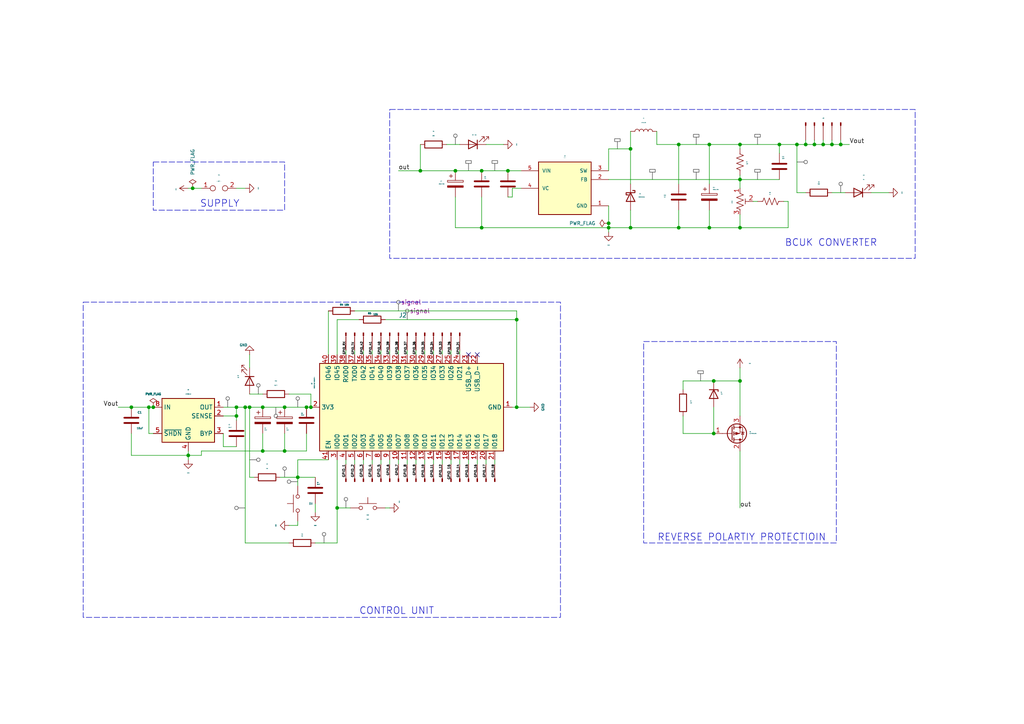
<source format=kicad_sch>
(kicad_sch (version 20250114) (generator "eeschema") (generator_version "9.0")
  (paper "A4")
  (title_block (rev "rev1A"))
  (lib_symbols
    (symbol "Connector:Conn_01x05_Male" (pin_numbers (hide yes)) (pin_names (offset 1.016) (hide yes))
      (property "Reference" "J" (at 0 7.62 0))
      (property "Value" "Conn_01x05_Male" (at 0 -7.62 0))
      (symbol "Conn_01x05_Male_1_1"
        (pin passive line (at 5.08 5.08 180) (length 3.81) (name "Pin_1") (number "1"))
        (pin passive line (at 5.08 2.54 180) (length 3.81) (name "Pin_2") (number "2"))
        (pin passive line (at 5.08 0 180) (length 3.81) (name "Pin_3") (number "3"))
        (pin passive line (at 5.08 -2.54 180) (length 3.81) (name "Pin_4") (number "4"))
        (pin passive line (at 5.08 -5.08 180) (length 3.81) (name "Pin_5") (number "5"))
      )
    )
    (symbol "Connector:Conn_01x14_Male" (pin_numbers (hide yes)) (pin_names (offset 1.016) (hide yes))
      (property "Reference" "J" (at 0 17.78 0))
      (property "Value" "Conn_01x14_Male" (at 0 -20.32 0))
      (symbol "Conn_01x14_Male_1_1"
        (pin passive line (at 5.08 15.24 180) (length 3.81) (name "Pin_1") (number "1"))
        (pin passive line (at 5.08 12.7 180) (length 3.81) (name "Pin_2") (number "2"))
        (pin passive line (at 5.08 10.16 180) (length 3.81) (name "Pin_3") (number "3"))
        (pin passive line (at 5.08 7.62 180) (length 3.81) (name "Pin_4") (number "4"))
        (pin passive line (at 5.08 5.08 180) (length 3.81) (name "Pin_5") (number "5"))
        (pin passive line (at 5.08 2.54 180) (length 3.81) (name "Pin_6") (number "6"))
        (pin passive line (at 5.08 0 180) (length 3.81) (name "Pin_7") (number "7"))
        (pin passive line (at 5.08 -2.54 180) (length 3.81) (name "Pin_8") (number "8"))
        (pin passive line (at 5.08 -5.08 180) (length 3.81) (name "Pin_9") (number "9"))
        (pin passive line (at 5.08 -7.62 180) (length 3.81) (name "Pin_10") (number "10"))
        (pin passive line (at 5.08 -10.16 180) (length 3.81) (name "Pin_11") (number "11"))
        (pin passive line (at 5.08 -12.7 180) (length 3.81) (name "Pin_12") (number "12"))
        (pin passive line (at 5.08 -15.24 180) (length 3.81) (name "Pin_13") (number "13"))
        (pin passive line (at 5.08 -17.78 180) (length 3.81) (name "Pin_14") (number "14"))
      )
    )
    (symbol "Connector:Conn_01x18_Male" (pin_numbers (hide yes)) (pin_names (offset 1.016) (hide yes))
      (property "Reference" "J" (at 0 22.86 0))
      (property "Value" "Conn_01x18_Male" (at 0 -25.4 0))
      (symbol "Conn_01x18_Male_1_1"
        (pin passive line (at 5.08 20.32 180) (length 3.81) (name "Pin_1") (number "1"))
        (pin passive line (at 5.08 17.78 180) (length 3.81) (name "Pin_2") (number "2"))
        (pin passive line (at 5.08 15.24 180) (length 3.81) (name "Pin_3") (number "3"))
        (pin passive line (at 5.08 12.7 180) (length 3.81) (name "Pin_4") (number "4"))
        (pin passive line (at 5.08 10.16 180) (length 3.81) (name "Pin_5") (number "5"))
        (pin passive line (at 5.08 7.62 180) (length 3.81) (name "Pin_6") (number "6"))
        (pin passive line (at 5.08 5.08 180) (length 3.81) (name "Pin_7") (number "7"))
        (pin passive line (at 5.08 2.54 180) (length 3.81) (name "Pin_8") (number "8"))
        (pin passive line (at 5.08 0 180) (length 3.81) (name "Pin_9") (number "9"))
        (pin passive line (at 5.08 -2.54 180) (length 3.81) (name "Pin_10") (number "10"))
        (pin passive line (at 5.08 -5.08 180) (length 3.81) (name "Pin_11") (number "11"))
        (pin passive line (at 5.08 -7.62 180) (length 3.81) (name "Pin_12") (number "12"))
        (pin passive line (at 5.08 -10.16 180) (length 3.81) (name "Pin_13") (number "13"))
        (pin passive line (at 5.08 -12.7 180) (length 3.81) (name "Pin_14") (number "14"))
        (pin passive line (at 5.08 -15.24 180) (length 3.81) (name "Pin_15") (number "15"))
        (pin passive line (at 5.08 -17.78 180) (length 3.81) (name "Pin_16") (number "16"))
        (pin passive line (at 5.08 -20.32 180) (length 3.81) (name "Pin_17") (number "17"))
        (pin passive line (at 5.08 -22.86 180) (length 3.81) (name "Pin_18") (number "18"))
      )
    )
    (symbol "Connector:TestPoint_2Pole" (pin_names (offset 0.762) (hide yes))
      (property "Reference" "TP" (at 0 1.524 0))
      (property "Value" "TestPoint_2Pole" (at 0 -1.778 0))
      (symbol "TestPoint_2Pole_0_1"
        (pin passive line (at -5.08 0 0) (length 2.54) (name "1") (number "1"))
        (pin passive line (at 5.08 0 180) (length 2.54) (name "2") (number "2"))
      )
    )
    (symbol "Device:C" (pin_numbers (hide yes)) (pin_names (offset 0.254))
      (property "Reference" "C" (at 0.635 2.54 0))
      (property "Value" "C" (at 0.635 -2.54 0))
      (symbol "C_1_1"
        (pin passive line (at 0 3.81 270) (length 2.794) (name "~") (number "1"))
        (pin passive line (at 0 -3.81 90) (length 2.794) (name "~") (number "2"))
      )
    )
    (symbol "Device:C_Polarized" (pin_numbers (hide yes)) (pin_names (offset 0.254))
      (property "Reference" "C" (at 0.635 2.54 0))
      (property "Value" "C_Polarized" (at 0.635 -2.54 0))
      (symbol "C_Polarized_1_1"
        (pin passive line (at 0 3.81 270) (length 2.794) (name "~") (number "1"))
        (pin passive line (at 0 -3.81 90) (length 2.794) (name "~") (number "2"))
      )
    )
    (symbol "Device:D_Schottky" (pin_numbers (hide yes)) (pin_names (offset 1.016) (hide yes))
      (property "Reference" "D" (at 0 2.54 0))
      (property "Value" "D_Schottky" (at 0 -2.54 0))
      (symbol "D_Schottky_1_1"
        (pin passive line (at -3.81 0 0) (length 2.54) (name "K") (number "1"))
        (pin passive line (at 3.81 0 180) (length 2.54) (name "A") (number "2"))
      )
    )
    (symbol "Device:D_Zener" (pin_numbers (hide yes)) (pin_names (offset 1.016) (hide yes))
      (property "Reference" "D" (at 0 2.54 0))
      (property "Value" "D_Zener" (at 0 -2.54 0))
      (symbol "D_Zener_1_1"
        (pin passive line (at -3.81 0 0) (length 2.54) (name "K") (number "1"))
        (pin passive line (at 3.81 0 180) (length 2.54) (name "A") (number "2"))
      )
    )
    (symbol "Device:L" (pin_numbers (hide yes)) (pin_names (offset 1.016) (hide yes))
      (property "Reference" "L" (at -1.27 0 90))
      (property "Value" "L" (at 1.905 0 90))
      (symbol "L_1_1"
        (pin passive line (at 0 3.81 270) (length 1.27) (name "1") (number "1"))
        (pin passive line (at 0 -3.81 90) (length 1.27) (name "2") (number "2"))
      )
    )
    (symbol "Device:LED" (pin_numbers (hide yes)) (pin_names (offset 1.016) (hide yes))
      (property "Reference" "D" (at 0 2.54 0))
      (property "Value" "LED" (at 0 -2.54 0))
      (symbol "LED_1_1"
        (pin passive line (at -3.81 0 0) (length 2.54) (name "K") (number "1"))
        (pin passive line (at 3.81 0 180) (length 2.54) (name "A") (number "2"))
      )
    )
    (symbol "Device:Q_PMOS_GDS" (pin_names (offset 0) (hide yes))
      (property "Reference" "Q" (at 5.08 1.27 0))
      (property "Value" "Q_PMOS_GDS" (at 5.08 -1.27 0))
      (symbol "Q_PMOS_GDS_1_1"
        (pin input line (at -5.08 0 0) (length 2.54) (name "G") (number "1"))
        (pin passive line (at 2.54 5.08 270) (length 2.54) (name "D") (number "2"))
        (pin passive line (at 2.54 -5.08 90) (length 2.54) (name "S") (number "3"))
      )
    )
    (symbol "Device:R" (pin_numbers (hide yes)) (pin_names (offset 0))
      (property "Reference" "R" (at 2.032 0 90))
      (property "Value" "R" (at 0 0 90))
      (symbol "R_1_1"
        (pin passive line (at 0 3.81 270) (length 1.27) (name "~") (number "1"))
        (pin passive line (at 0 -3.81 90) (length 1.27) (name "~") (number "2"))
      )
    )
    (symbol "Device:R_Potentiometer_Trim_US" (pin_names (offset 1.016) (hide yes))
      (property "Reference" "RV" (at -4.445 0 90))
      (property "Value" "R_Potentiometer_Trim_US" (at -2.54 0 90))
      (symbol "R_Potentiometer_Trim_US_1_1"
        (pin passive line (at 0 3.81 270) (length 1.27) (name "1") (number "1"))
        (pin passive line (at 0 -3.81 90) (length 1.27) (name "3") (number "3"))
        (pin passive line (at 3.81 0 180) (length 1.27) (name "2") (number "2"))
      )
    )
    (symbol "Device:R_US" (pin_numbers (hide yes)) (pin_names (offset 0))
      (property "Reference" "R" (at 2.54 0 90))
      (property "Value" "R_US" (at -2.54 0 90))
      (symbol "R_US_1_1"
        (pin passive line (at 0 3.81 270) (length 1.27) (name "~") (number "1"))
        (pin passive line (at 0 -3.81 90) (length 1.27) (name "~") (number "2"))
      )
    )
    (symbol "RF_Module:ESP32-S2-WROVER-I"
      (property "Reference" "U" (at -12.7 29.21 0))
      (property "Value" "ESP32-S2-WROVER-I" (at 2.54 29.21 0))
      (symbol "ESP32-S2-WROVER-I_1_1"
        (pin input line (at -15.24 25.4 0) (length 2.54) (name "EN") (number "41"))
        (pin bidirectional line (at -15.24 22.86 0) (length 2.54) (name "IO00") (number "3"))
        (pin bidirectional line (at -15.24 20.32 0) (length 2.54) (name "IO01") (number "4"))
        (pin bidirectional line (at -15.24 17.78 0) (length 2.54) (name "IO02") (number "5"))
        (pin bidirectional line (at -15.24 15.24 0) (length 2.54) (name "IO03") (number "6"))
        (pin bidirectional line (at -15.24 12.7 0) (length 2.54) (name "IO04") (number "7"))
        (pin bidirectional line (at -15.24 10.16 0) (length 2.54) (name "IO05") (number "8"))
        (pin bidirectional line (at -15.24 7.62 0) (length 2.54) (name "IO06") (number "9"))
        (pin bidirectional line (at -15.24 5.08 0) (length 2.54) (name "IO07") (number "10"))
        (pin bidirectional line (at -15.24 2.54 0) (length 2.54) (name "IO08") (number "11"))
        (pin bidirectional line (at -15.24 0 0) (length 2.54) (name "IO09") (number "12"))
        (pin bidirectional line (at -15.24 -2.54 0) (length 2.54) (name "IO10") (number "13"))
        (pin bidirectional line (at -15.24 -5.08 0) (length 2.54) (name "IO11") (number "14"))
        (pin bidirectional line (at -15.24 -7.62 0) (length 2.54) (name "IO12") (number "15"))
        (pin bidirectional line (at -15.24 -10.16 0) (length 2.54) (name "IO13") (number "16"))
        (pin bidirectional line (at -15.24 -12.7 0) (length 2.54) (name "IO14") (number "17"))
        (pin bidirectional line (at -15.24 -15.24 0) (length 2.54) (name "IO15") (number "18"))
        (pin bidirectional line (at -15.24 -17.78 0) (length 2.54) (name "IO16") (number "19"))
        (pin bidirectional line (at -15.24 -20.32 0) (length 2.54) (name "IO17") (number "20"))
        (pin bidirectional line (at -15.24 -22.86 0) (length 2.54) (name "IO18") (number "21"))
        (pin power_in line (at 0 30.48 270) (length 2.54) (name "3V3") (number "2"))
        (pin power_in line (at 0 -27.94 90) (length 2.54) (name "GND") (number "1"))
        (pin passive line (at 0 -27.94 90) (length 2.54) (hide yes) (name "GND") (number "26"))
        (pin passive line (at 0 -27.94 90) (length 2.54) (hide yes) (name "GND") (number "42"))
        (pin passive line (at 0 -27.94 90) (length 2.54) (hide yes) (name "GND") (number "43"))
        (pin input line (at 15.24 25.4 180) (length 2.54) (name "IO46") (number "40"))
        (pin bidirectional line (at 15.24 22.86 180) (length 2.54) (name "IO45") (number "39"))
        (pin bidirectional line (at 15.24 20.32 180) (length 2.54) (name "RXD0") (number "38"))
        (pin bidirectional line (at 15.24 17.78 180) (length 2.54) (name "TXD0") (number "37"))
        (pin bidirectional line (at 15.24 15.24 180) (length 2.54) (name "IO42") (number "36"))
        (pin bidirectional line (at 15.24 12.7 180) (length 2.54) (name "IO41") (number "35"))
        (pin bidirectional line (at 15.24 10.16 180) (length 2.54) (name "IO40") (number "34"))
        (pin bidirectional line (at 15.24 7.62 180) (length 2.54) (name "IO39") (number "33"))
        (pin bidirectional line (at 15.24 5.08 180) (length 2.54) (name "IO38") (number "32"))
        (pin bidirectional line (at 15.24 2.54 180) (length 2.54) (name "IO37") (number "31"))
        (pin bidirectional line (at 15.24 0 180) (length 2.54) (name "IO36") (number "30"))
        (pin bidirectional line (at 15.24 -2.54 180) (length 2.54) (name "IO35") (number "29"))
        (pin bidirectional line (at 15.24 -5.08 180) (length 2.54) (name "IO34") (number "28"))
        (pin bidirectional line (at 15.24 -7.62 180) (length 2.54) (name "IO33") (number "27"))
        (pin bidirectional line (at 15.24 -10.16 180) (length 2.54) (name "IO26") (number "25"))
        (pin bidirectional line (at 15.24 -12.7 180) (length 2.54) (name "IO21") (number "24"))
        (pin bidirectional line (at 15.24 -15.24 180) (length 2.54) (name "USB_D+") (number "23"))
        (pin bidirectional line (at 15.24 -17.78 180) (length 2.54) (name "USB_D-") (number "22"))
      )
    )
    (symbol "Regulator_Linear:LT1762-3"
      (property "Reference" "U" (at -7.62 8.89 0))
      (property "Value" "LT1762-3" (at 1.27 -6.35 0))
      (symbol "LT1762-3_1_1"
        (pin power_in line (at -10.16 5.08 0) (length 2.54) (name "IN") (number "8"))
        (pin input line (at -10.16 -2.54 0) (length 2.54) (name "~{SHDN}") (number "5"))
        (pin power_in line (at 0 -7.62 90) (length 2.54) (name "GND") (number "4"))
        (pin no_connect line (at 2.54 5.08 90) (length 2.54) (hide yes) (name "NC") (number "6"))
        (pin no_connect line (at 2.54 2.54 90) (length 2.54) (hide yes) (name "NC") (number "7"))
        (pin power_out line (at 10.16 5.08 180) (length 2.54) (name "OUT") (number "1"))
        (pin input line (at 10.16 2.54 180) (length 2.54) (name "SENSE") (number "2"))
        (pin passive line (at 10.16 -2.54 180) (length 2.54) (name "BYP") (number "3"))
      )
    )
    (symbol "Switch:SW_Push" (pin_numbers (hide yes)) (pin_names (offset 1.016) (hide yes))
      (property "Reference" "SW" (at 1.27 2.54 0))
      (property "Value" "SW_Push" (at 0 -1.524 0))
      (symbol "SW_Push_0_1"
        (pin passive line (at -5.08 0 0) (length 2.54) (name "1") (number "1"))
        (pin passive line (at 5.08 0 180) (length 2.54) (name "2") (number "2"))
      )
    )
    (symbol "XL4015:XL4015" (pin_names (offset 1.016))
      (property "Reference" "U" (at -7.62 8.89 0))
      (property "Value" "XL4015" (at -7.62 -9.906 0))
      (symbol "XL4015_0_0"
        (pin input line (at -12.7 5.08 0) (length 5.08) (name "VIN") (number "5"))
        (pin passive line (at -12.7 0 0) (length 5.08) (name "VC") (number "4"))
        (pin output line (at 12.7 5.08 180) (length 5.08) (name "SW") (number "3"))
        (pin output line (at 12.7 5.08 180) (length 5.08) (hide yes) (name "SW") (number "3.1"))
        (pin input line (at 12.7 2.54 180) (length 5.08) (name "FB") (number "2"))
        (pin power_in line (at 12.7 -5.08 180) (length 5.08) (name "GND") (number "1"))
      )
    )
    (symbol "power:GND" (power) (pin_names (offset 0))
      (property "Value" "GND" (at 0 -3.81 0))
      (symbol "GND_1_1"
        (pin power_in line (at 0 0 270) (length 0) (hide yes) (name "GND") (number "1"))
      )
    )
    (symbol "power:PWR_FLAG" (power) (pin_numbers (hide yes)) (pin_names (offset 0) (hide yes))
      (property "Value" "PWR_FLAG" (at 0 3.81 0))
      (symbol "PWR_FLAG_0_0"
        (pin power_out line (at 0 0 90) (length 0) (name "pwr") (number "1"))
      )
    )
    (symbol "power:VCC" (power) (pin_names (offset 0))
      (property "Value" "VCC" (at 0 3.81 0))
      (symbol "VCC_1_1"
        (pin power_in line (at 0 0 90) (length 0) (hide yes) (name "VCC") (number "1"))
      )
    )
  )
  (rectangle (start 113.03 31.75) (end 265.43 74.93) (stroke (width 0) (type dash)))
  (rectangle (start 186.69 99.06) (end 242.57 157.48) (stroke (width 0) (type dash)))
  (rectangle (start 24.13 87.63) (end 162.56 179.07) (stroke (width 0) (type dash)))
  (rectangle (start 44.45 46.99) (end 82.55 60.96) (stroke (width 0) (type dash)))
  (text "SUPPLY\n" (at 63.754 59.182 0) (effects (font (size 2 2))))
  (text "CONTROL UNIT\n" (at 115.062 177.292 0) (effects (font (size 2 2))))
  (text "REVERSE POLARTIY PROTECTIOIN\n" (at 215.138 155.956 0) (effects (font (size 2 2))))
  (text "BCUK CONVERTER\n\n" (at 241.046 72.136 0) (effects (font (size 2 2))))
  (junction (at 76.2 118.11))
  (junction (at 54.61 132.08))
  (junction (at 231.14 41.91))
  (junction (at 226.06 41.91))
  (junction (at 149.86 118.11))
  (junction (at 214.63 41.91))
  (junction (at 214.63 66.04))
  (junction (at 176.53 64.77))
  (junction (at 121.92 49.53))
  (junction (at 214.63 110.49))
  (junction (at 88.9 118.11))
  (junction (at 68.58 118.11))
  (junction (at 82.55 130.81))
  (junction (at 236.22 41.91))
  (junction (at 182.88 66.04))
  (junction (at 43.18 118.11))
  (junction (at 149.86 92.71))
  (junction (at 132.08 49.53))
  (junction (at 139.7 49.53))
  (junction (at 97.79 147.32))
  (junction (at 55.88 54.61))
  (junction (at 238.76 41.91))
  (junction (at 214.63 52.07))
  (junction (at 139.7 66.04))
  (junction (at 44.45 118.11))
  (junction (at 72.39 118.11))
  (junction (at 147.32 49.53))
  (junction (at 207.01 125.73))
  (junction (at 82.55 118.11))
  (junction (at 196.85 41.91))
  (junction (at 182.88 43.18))
  (junction (at 207.01 110.49))
  (junction (at 68.58 120.65))
  (junction (at 196.85 66.04))
  (junction (at 86.36 138.43))
  (junction (at 90.17 118.11))
  (junction (at 176.53 66.04))
  (junction (at 205.74 41.91))
  (junction (at 241.3 41.91))
  (junction (at 233.68 41.91))
  (junction (at 243.84 41.91))
  (junction (at 71.12 118.11))
  (junction (at 38.1 118.11))
  (junction (at 76.2 130.81))
  (junction (at 205.74 66.04))
  (no_connect (at 135.89 102.87))
  (no_connect (at 138.43 102.87))
  (wire (pts (xy 102.87 90.17) (xy 149.86 90.17)))
  (wire (pts (xy 243.84 41.91) (xy 246.38 41.91)))
  (wire (pts (xy 76.2 118.11) (xy 82.55 118.11)))
  (wire (pts (xy 205.74 66.04) (xy 214.63 66.04)))
  (wire (pts (xy 214.63 106.68) (xy 214.63 110.49)))
  (wire (pts (xy 64.77 125.73) (xy 64.77 129.54)))
  (wire (pts (xy 214.63 130.81) (xy 214.63 147.32)))
  (wire (pts (xy 91.44 146.05) (xy 91.44 148.59)))
  (wire (pts (xy 214.63 62.23) (xy 214.63 66.04)))
  (wire (pts (xy 133.35 101.6) (xy 133.35 102.87)))
  (wire (pts (xy 243.84 40.64) (xy 243.84 41.91)))
  (wire (pts (xy 182.88 66.04) (xy 196.85 66.04)))
  (wire (pts (xy 176.53 43.18) (xy 176.53 49.53)))
  (wire (pts (xy 196.85 66.04) (xy 205.74 66.04)))
  (wire (pts (xy 238.76 40.64) (xy 238.76 41.91)))
  (wire (pts (xy 95.25 90.17) (xy 95.25 102.87)))
  (wire (pts (xy 176.53 59.69) (xy 176.53 64.77)))
  (wire (pts (xy 76.2 130.81) (xy 82.55 130.81)))
  (wire (pts (xy 102.87 134.62) (xy 102.87 133.35)))
  (wire (pts (xy 86.36 138.43) (xy 81.28 138.43)))
  (wire (pts (xy 198.12 120.65) (xy 198.12 125.73)))
  (wire (pts (xy 72.39 118.11) (xy 76.2 118.11)))
  (wire (pts (xy 236.22 41.91) (xy 238.76 41.91)))
  (wire (pts (xy 105.41 101.6) (xy 105.41 102.87)))
  (wire (pts (xy 241.3 40.64) (xy 241.3 41.91)))
  (wire (pts (xy 107.95 101.6) (xy 107.95 102.87)))
  (wire (pts (xy 118.11 134.62) (xy 118.11 133.35)))
  (wire (pts (xy 121.92 49.53) (xy 132.08 49.53)))
  (wire (pts (xy 86.36 151.13) (xy 86.36 152.4)))
  (wire (pts (xy 54.61 130.81) (xy 54.61 132.08)))
  (wire (pts (xy 125.73 101.6) (xy 125.73 102.87)))
  (wire (pts (xy 214.63 52.07) (xy 214.63 54.61)))
  (wire (pts (xy 68.58 118.11) (xy 68.58 120.65)))
  (wire (pts (xy 118.11 101.6) (xy 118.11 102.87)))
  (wire (pts (xy 38.1 118.11) (xy 43.18 118.11)))
  (wire (pts (xy 138.43 134.62) (xy 138.43 133.35)))
  (wire (pts (xy 228.6 58.42) (xy 227.33 58.42)))
  (wire (pts (xy 86.36 138.43) (xy 86.36 140.97)))
  (wire (pts (xy 76.2 125.73) (xy 76.2 130.81)))
  (wire (pts (xy 182.88 60.96) (xy 182.88 66.04)))
  (wire (pts (xy 143.51 134.62) (xy 143.51 133.35)))
  (wire (pts (xy 68.58 120.65) (xy 68.58 121.92)))
  (wire (pts (xy 68.58 118.11) (xy 71.12 118.11)))
  (wire (pts (xy 64.77 129.54) (xy 68.58 129.54)))
  (wire (pts (xy 214.63 52.07) (xy 226.06 52.07)))
  (wire (pts (xy 149.86 90.17) (xy 149.86 92.71)))
  (wire (pts (xy 128.27 134.62) (xy 128.27 133.35)))
  (wire (pts (xy 207.01 118.11) (xy 207.01 125.73)))
  (wire (pts (xy 115.57 101.6) (xy 115.57 102.87)))
  (wire (pts (xy 90.17 118.11) (xy 90.17 114.3)))
  (wire (pts (xy 226.06 41.91) (xy 226.06 44.45)))
  (wire (pts (xy 231.14 55.88) (xy 233.68 55.88)))
  (wire (pts (xy 214.63 50.8) (xy 214.63 52.07)))
  (wire (pts (xy 97.79 147.32) (xy 97.79 133.35)))
  (wire (pts (xy 43.18 118.11) (xy 44.45 118.11)))
  (wire (pts (xy 148.59 118.11) (xy 149.86 118.11)))
  (wire (pts (xy 132.08 49.53) (xy 139.7 49.53)))
  (wire (pts (xy 205.74 60.96) (xy 205.74 66.04)))
  (wire (pts (xy 68.58 54.61) (xy 71.12 54.61)))
  (wire (pts (xy 176.53 64.77) (xy 176.53 66.04)))
  (wire (pts (xy 113.03 147.32) (xy 111.76 147.32)))
  (wire (pts (xy 176.53 43.18) (xy 182.88 43.18)))
  (wire (pts (xy 133.35 134.62) (xy 133.35 133.35)))
  (wire (pts (xy 196.85 41.91) (xy 196.85 53.34)))
  (wire (pts (xy 120.65 101.6) (xy 120.65 102.87)))
  (wire (pts (xy 54.61 132.08) (xy 54.61 133.35)))
  (wire (pts (xy 123.19 101.6) (xy 123.19 102.87)))
  (wire (pts (xy 86.36 133.35) (xy 86.36 138.43)))
  (wire (pts (xy 82.55 118.11) (xy 88.9 118.11)))
  (wire (pts (xy 176.53 66.04) (xy 176.53 67.31)))
  (wire (pts (xy 110.49 134.62) (xy 110.49 133.35)))
  (wire (pts (xy 226.06 41.91) (xy 231.14 41.91)))
  (wire (pts (xy 72.39 138.43) (xy 73.66 138.43)))
  (wire (pts (xy 139.7 57.15) (xy 139.7 66.04)))
  (wire (pts (xy 182.88 38.1) (xy 182.88 43.18)))
  (wire (pts (xy 182.88 43.18) (xy 182.88 53.34)))
  (wire (pts (xy 115.57 49.53) (xy 121.92 49.53)))
  (wire (pts (xy 147.32 57.15) (xy 148.59 57.15)))
  (wire (pts (xy 139.7 66.04) (xy 176.53 66.04)))
  (wire (pts (xy 231.14 41.91) (xy 233.68 41.91)))
  (wire (pts (xy 38.1 132.08) (xy 54.61 132.08)))
  (wire (pts (xy 88.9 125.73) (xy 88.9 130.81)))
  (wire (pts (xy 238.76 41.91) (xy 241.3 41.91)))
  (wire (pts (xy 140.97 41.91) (xy 146.05 41.91)))
  (wire (pts (xy 86.36 152.4) (xy 83.82 152.4)))
  (wire (pts (xy 123.19 134.62) (xy 123.19 133.35)))
  (wire (pts (xy 107.95 134.62) (xy 107.95 133.35)))
  (wire (pts (xy 113.03 134.62) (xy 113.03 133.35)))
  (wire (pts (xy 82.55 130.81) (xy 88.9 130.81)))
  (wire (pts (xy 149.86 92.71) (xy 149.86 118.11)))
  (wire (pts (xy 198.12 110.49) (xy 198.12 113.03)))
  (wire (pts (xy 115.57 134.62) (xy 115.57 133.35)))
  (wire (pts (xy 120.65 134.62) (xy 120.65 133.35)))
  (wire (pts (xy 100.33 101.6) (xy 100.33 102.87)))
  (wire (pts (xy 105.41 134.62) (xy 105.41 133.35)))
  (wire (pts (xy 132.08 57.15) (xy 132.08 66.04)))
  (wire (pts (xy 228.6 58.42) (xy 228.6 66.04)))
  (wire (pts (xy 130.81 101.6) (xy 130.81 102.87)))
  (wire (pts (xy 97.79 102.87) (xy 97.79 92.71)))
  (wire (pts (xy 130.81 133.35) (xy 130.81 134.62)))
  (wire (pts (xy 71.12 157.48) (xy 83.82 157.48)))
  (wire (pts (xy 205.74 53.34) (xy 205.74 41.91)))
  (wire (pts (xy 176.53 66.04) (xy 182.88 66.04)))
  (wire (pts (xy 196.85 41.91) (xy 205.74 41.91)))
  (wire (pts (xy 196.85 60.96) (xy 196.85 66.04)))
  (wire (pts (xy 135.89 134.62) (xy 135.89 133.35)))
  (wire (pts (xy 97.79 157.48) (xy 97.79 147.32)))
  (wire (pts (xy 198.12 125.73) (xy 207.01 125.73)))
  (wire (pts (xy 149.86 118.11) (xy 153.67 118.11)))
  (wire (pts (xy 233.68 41.91) (xy 236.22 41.91)))
  (wire (pts (xy 71.12 118.11) (xy 72.39 118.11)))
  (wire (pts (xy 86.36 138.43) (xy 91.44 138.43)))
  (wire (pts (xy 64.77 120.65) (xy 68.58 120.65)))
  (wire (pts (xy 86.36 133.35) (xy 95.25 133.35)))
  (wire (pts (xy 76.2 130.81) (xy 58.42 130.81)))
  (wire (pts (xy 233.68 40.64) (xy 233.68 41.91)))
  (wire (pts (xy 214.63 41.91) (xy 226.06 41.91)))
  (wire (pts (xy 241.3 55.88) (xy 245.11 55.88)))
  (wire (pts (xy 72.39 118.11) (xy 72.39 138.43)))
  (wire (pts (xy 97.79 147.32) (xy 101.6 147.32)))
  (wire (pts (xy 128.27 101.6) (xy 128.27 102.87)))
  (wire (pts (xy 72.39 102.87) (xy 72.39 106.68)))
  (wire (pts (xy 111.76 92.71) (xy 149.86 92.71)))
  (wire (pts (xy 43.18 118.11) (xy 43.18 125.73)))
  (wire (pts (xy 207.01 110.49) (xy 198.12 110.49)))
  (wire (pts (xy 219.71 58.42) (xy 218.44 58.42)))
  (wire (pts (xy 236.22 40.64) (xy 236.22 41.91)))
  (wire (pts (xy 91.44 157.48) (xy 97.79 157.48)))
  (wire (pts (xy 113.03 101.6) (xy 113.03 102.87)))
  (wire (pts (xy 176.53 52.07) (xy 214.63 52.07)))
  (wire (pts (xy 140.97 134.62) (xy 140.97 133.35)))
  (wire (pts (xy 38.1 125.73) (xy 38.1 132.08)))
  (wire (pts (xy 88.9 118.11) (xy 90.17 118.11)))
  (wire (pts (xy 241.3 41.91) (xy 243.84 41.91)))
  (wire (pts (xy 148.59 54.61) (xy 151.13 54.61)))
  (wire (pts (xy 214.63 110.49) (xy 214.63 120.65)))
  (wire (pts (xy 58.42 132.08) (xy 54.61 132.08)))
  (wire (pts (xy 64.77 118.11) (xy 68.58 118.11)))
  (wire (pts (xy 82.55 125.73) (xy 82.55 130.81)))
  (wire (pts (xy 72.39 114.3) (xy 76.2 114.3)))
  (wire (pts (xy 125.73 134.62) (xy 125.73 133.35)))
  (wire (pts (xy 97.79 92.71) (xy 104.14 92.71)))
  (wire (pts (xy 71.12 118.11) (xy 71.12 157.48)))
  (wire (pts (xy 147.32 49.53) (xy 151.13 49.53)))
  (wire (pts (xy 214.63 41.91) (xy 214.63 43.18)))
  (wire (pts (xy 110.49 101.6) (xy 110.49 102.87)))
  (wire (pts (xy 228.6 66.04) (xy 214.63 66.04)))
  (wire (pts (xy 132.08 66.04) (xy 139.7 66.04)))
  (wire (pts (xy 100.33 134.62) (xy 100.33 133.35)))
  (wire (pts (xy 207.01 110.49) (xy 214.63 110.49)))
  (wire (pts (xy 190.5 38.1) (xy 190.5 41.91)))
  (wire (pts (xy 139.7 49.53) (xy 147.32 49.53)))
  (wire (pts (xy 231.14 41.91) (xy 231.14 55.88)))
  (wire (pts (xy 54.61 54.61) (xy 55.88 54.61)))
  (wire (pts (xy 252.73 55.88) (xy 257.81 55.88)))
  (wire (pts (xy 90.17 114.3) (xy 83.82 114.3)))
  (wire (pts (xy 190.5 41.91) (xy 196.85 41.91)))
  (wire (pts (xy 148.59 57.15) (xy 148.59 54.61)))
  (wire (pts (xy 58.42 130.81) (xy 58.42 132.08)))
  (wire (pts (xy 121.92 41.91) (xy 121.92 49.53)))
  (wire (pts (xy 129.54 41.91) (xy 133.35 41.91)))
  (wire (pts (xy 43.18 125.73) (xy 44.45 125.73)))
  (wire (pts (xy 205.74 41.91) (xy 214.63 41.91)))
  (wire (pts (xy 55.88 54.61) (xy 58.42 54.61)))
  (wire (pts (xy 102.87 101.6) (xy 102.87 102.87)))
  (wire (pts (xy 34.29 118.11) (xy 38.1 118.11)))
  (label "GPIO_15" (at 135.89 134.62 270) (effects (font (size 0.6 0.6))))
  (label "GPIO_34" (at 125.73 102.87 90) (effects (font (size 0.6 0.6))))
  (label "GPIO_41" (at 107.95 102.87 90) (effects (font (size 0.6 0.6))))
  (label "GPIO_37" (at 118.11 102.87 90) (effects (font (size 0.6 0.6))))
  (label "GPIO_14" (at 133.35 134.62 270) (effects (font (size 0.6 0.6))))
  (label "GPIO_38" (at 115.57 102.87 90) (effects (font (size 0.6 0.6))))
  (label "GPIO_10" (at 123.19 134.62 270) (effects (font (size 0.6 0.6))))
  (label "out" (at 115.57 49.53 0))
  (label "GPIO_RX" (at 100.33 102.87 90) (effects (font (size 0.6 0.6))))
  (label "GPIO_40" (at 110.49 102.87 90) (effects (font (size 0.6 0.6))))
  (label "GPIO_TX" (at 102.87 102.87 90) (effects (font (size 0.6 0.6))))
  (label "GPIO_33" (at 128.27 102.87 90) (effects (font (size 0.6 0.6))))
  (label "GPIO 16" (at 130.81 134.62 270) (effects (font (size 0.7 0.7))))
  (label "GPIO_7" (at 115.57 134.62 270) (effects (font (size 0.6 0.6))))
  (label "GPIO_35" (at 123.19 102.87 90) (effects (font (size 0.6 0.6))))
  (label "GPIO_26" (at 130.81 102.87 90) (effects (font (size 0.6 0.6))))
  (label "GPIO_9" (at 120.65 134.62 270) (effects (font (size 0.6 0.6))))
  (label "GPIO_42" (at 105.41 102.87 90) (effects (font (size 0.6 0.6))))
  (label "GPIO_11" (at 125.73 134.62 270) (effects (font (size 0.6 0.6))))
  (label "Vout" (at 246.38 41.91 0))
  (label "GPIO_8" (at 118.11 134.62 270) (effects (font (size 0.7 0.7))))
  (label "GPIO_12" (at 128.27 134.62 270) (effects (font (size 0.6 0.6))))
  (label "GPIO_16" (at 138.43 134.62 270) (effects (font (size 0.6 0.6))))
  (label "GPIO_39" (at 113.03 102.87 90) (effects (font (size 0.6 0.6))))
  (label "GPIO_2" (at 102.87 134.62 270) (effects (font (size 0.7 0.7))))
  (label "GPIO_1" (at 100.33 134.62 270) (effects (font (size 0.7 0.7))))
  (label "GPIO_4" (at 107.95 134.62 270) (effects (font (size 0.7 0.7))))
  (label "GPIO_3" (at 105.41 134.62 270) (effects (font (size 0.7 0.7))))
  (label "Vout" (at 34.29 118.11 180))
  (label "GPIO_6" (at 113.03 134.62 270) (effects (font (size 0.6 0.6))))
  (label "GPIO_5" (at 110.49 134.62 270) (effects (font (size 0.7 0.7))))
  (label "out" (at 214.63 147.32 0))
  (label "GPIO_21" (at 133.35 102.87 90) (effects (font (size 0.6 0.6))))
  (label "GPIO_17" (at 140.97 134.62 270) (effects (font (size 0.6 0.6))))
  (label "GPIO_36" (at 120.65 102.87 90) (effects (font (size 0.6 0.6))))
  (label "GPIO_18" (at 143.51 134.62 270) (effects (font (size 0.6 0.6))))
  (netclass_flag "" (length 2.54) (shape rectangle) (at 143.51 49.53 0) (property "Netclass" "power" (effects (hide yes))))
  (netclass_flag "" (length 2.54) (shape round) (at 66.04 118.11 0) (property "Netclass" "signal" (effects (hide yes))))
  (netclass_flag "" (length 2.54) (shape rectangle) (at 201.93 52.07 0) (property "Netclass" "power" (effects (hide yes))))
  (netclass_flag "" (length 2.54) (shape round) (at 231.14 46.99 270) (property "Netclass" "signal" (effects (hide yes))))
  (netclass_flag "" (length 2.54) (shape round) (at 132.08 41.91 0) (property "Netclass" "signal" (effects (hide yes))))
  (netclass_flag "" (length 2.54) (shape rectangle) (at 135.89 49.53 0) (property "Netclass" "power" (effects (hide yes))))
  (netclass_flag "" (length 2.54) (shape round) (at 243.84 55.88 0) (property "Netclass" "signal" (effects (hide yes))))
  (netclass_flag "" (length 2.54) (shape rectangle) (at 201.93 41.91 0) (property "Netclass" "power" (effects (hide yes))))
  (netclass_flag "" (length 2.54) (shape rectangle) (at 219.71 41.91 0) (property "Netclass" "power" (effects (hide yes))))
  (netclass_flag "" (length 2.54) (shape round) (at 80.01 118.11 180) (property "Netclass" "signal" (effects (hide yes))))
  (netclass_flag "" (length 2.54) (shape round) (at 72.39 133.35 270) (property "Netclass" "signal" (effects (hide yes))))
  (netclass_flag "" (length 2.54) (shape rectangle) (at 189.23 52.07 0) (property "Netclass" "power" (effects (hide yes))))
  (netclass_flag "" (length 2.54) (shape round) (at 118.11 92.71 0) (property "Netclass" "signal" (at 118.8085 90.17 0) (effects (justify left))))
  (netclass_flag "" (length 2.54) (shape round) (at 86.36 118.11 0) (property "Netclass" "signal" (effects (hide yes))))
  (netclass_flag "" (length 2.54) (shape round) (at 86.36 139.7 90) (property "Netclass" "signal" (effects (hide yes))))
  (netclass_flag "" (length 2.54) (shape round) (at 82.55 138.43 0) (property "Netclass" "signal" (effects (hide yes))))
  (netclass_flag "" (length 2.54) (shape round) (at 71.12 147.32 90) (property "Netclass" "signal" (effects (hide yes))))
  (netclass_flag "" (length 2.54) (shape rectangle) (at 219.71 52.07 0) (property "Netclass" "power" (effects (hide yes))))
  (netclass_flag "" (length 2.54) (shape round) (at 93.98 157.48 0) (property "Netclass" "signal" (effects (hide yes))))
  (netclass_flag "" (length 2.54) (shape rectangle) (at 179.07 43.18 0) (property "Netclass" "power" (effects (hide yes))))
  (netclass_flag "" (length 2.54) (shape round) (at 115.57 90.17 0) (property "Netclass" "signal" (at 116.2685 87.63 0) (effects (justify left))))
  (netclass_flag "" (length 2.54) (shape round) (at 74.93 114.3 0) (property "Netclass" "signal" (effects (hide yes))))
  (netclass_flag "" (length 2.54) (shape rectangle) (at 203.2 110.49 0) (property "Netclass" "power" (effects (hide yes))))
  (netclass_flag "" (length 2.54) (shape round) (at 100.33 147.32 0) (property "Netclass" "signal" (effects (hide yes))))
  (symbol (lib_id "power:GND") (at 146.05 41.91 90) (unit 1)
    (property "Reference" "#PWR06" (effects (hide yes)))
    (property "Value" "GND" (at 149.86 41.91 0) (effects (font (size 0.2 0.2))))
    (property "Description" "Power symbol creates a global label with name \"GND\" , ground" (effects (hide yes)))
  )
  (symbol (lib_id "power:PWR_FLAG") (at 176.53 64.77 90) (unit 1)
    (property "Reference" "#FLG03" (effects (hide yes)))
    (property "Value" "PWR_FLAG" (at 172.72 64.77 90) (effects (font (size 1 1)) (justify left)))
    (property "Description" "Special symbol for telling ERC where power comes from" (effects (hide yes)))
  )
  (symbol (lib_id "Device:C_Polarized") (at 205.74 57.15 0) (unit 1)
    (property "Reference" "C11" (at 206.756 54.356 0) (effects (font (size 0.2 0.2)) (justify left)))
    (property "Value" "330uF/25V" (at 206.756 54.9911 0) (effects (font (size 0.2 0.2)) (justify left)))
    (property "Footprint" "Capacitor_SMD:CP_Elec_3x5.4" (effects (hide yes)))
    (property "Description" "Polarized capacitor" (effects (hide yes)))
  )
  (symbol (lib_id "Device:R_US") (at 214.63 46.99 0) (unit 1)
    (property "Reference" "R7" (at 216.408 46.99 0) (effects (font (size 0.2 0.2)) (justify left)))
    (property "Value" "10K" (at 216.408 47.498 0) (effects (font (size 0.2 0.2)) (justify left)))
    (property "Footprint" "Resistor_SMD:R_2010_5025Metric_Pad1.40x2.65mm_HandSolder" (effects (hide yes)))
    (property "Description" "Resistor, US symbol" (effects (hide yes)))
  )
  (symbol (lib_id "power:GND") (at 91.44 148.59 0) (unit 1)
    (property "Reference" "#PWR04" (effects (hide yes)))
    (property "Value" "GND" (at 91.44 152.4 0) (effects (font (size 0.2 0.2))))
    (property "Description" "Power symbol creates a global label with name \"GND\" , ground" (effects (hide yes)))
  )
  (symbol (lib_id "power:GND") (at 71.12 54.61 90) (unit 1)
    (property "Reference" "#PWR010" (effects (hide yes)))
    (property "Value" "GND" (at 74.93 54.61 0) (effects (font (size 0.2 0.2))))
    (property "Description" "Power symbol creates a global label with name \"GND\" , ground" (effects (hide yes)))
  )
  (symbol (lib_id "Device:R") (at 198.12 116.84 0) (unit 1)
    (property "Reference" "R1" (at 200.152 116.332 0) (effects (font (size 0.2 0.2)) (justify left)))
    (property "Value" "10k" (at 200.152 116.84 0) (effects (font (size 0.2 0.2)) (justify left)))
    (property "Footprint" "Resistor_SMD:R_1206_3216Metric_Pad1.30x1.75mm_HandSolder" (effects (hide yes)))
    (property "Description" "Resistor" (effects (hide yes)))
  )
  (symbol (lib_id "Device:LED") (at 72.39 110.49 270) (unit 1)
    (property "Reference" "D5" (at 68.834 108.966 90) (effects (font (size 0.2 0.2)) (justify left)))
    (property "Value" "red" (at 68.834 109.474 90) (effects (font (size 0.2 0.2)) (justify left)))
    (property "Footprint" "LED_SMD:LED_0201_0603Metric_Pad0.64x0.40mm_HandSolder" (effects (hide yes)))
    (property "Description" "Light emitting diode" (effects (hide yes)))
  )
  (symbol (lib_id "power:GND") (at 113.03 147.32 90) (unit 1)
    (property "Reference" "#PWR05" (effects (hide yes)))
    (property "Value" "GND" (at 115.824 145.542 0) (effects (font (size 0.2 0.2))))
    (property "Description" "Power symbol creates a global label with name \"GND\" , ground" (effects (hide yes)))
  )
  (symbol (lib_id "power:GND") (at 153.67 118.11 90) (unit 1)
    (property "Reference" "#PWR07" (effects (hide yes)))
    (property "Value" "GND" (at 157.48 118.11 0) (effects (font (size 0.7 0.7))))
    (property "Description" "Power symbol creates a global label with name \"GND\" , ground" (effects (hide yes)))
  )
  (symbol (lib_id "XL4015:XL4015") (at 163.83 54.61 0) (unit 1)
    (property "Reference" "U3" (at 163.83 45.212 0) (effects (font (size 0.2 0.2))))
    (property "Value" "buck ic" (at 163.83 45.72 0) (effects (font (size 0.1 0.1))))
    (property "Footprint" "XL4015 _foot:CONV_XL4015" (effects (hide yes)))
    (property "MF" "XLSEMI" (effects (hide yes)))
    (property "MAXIMUM_PACKAGE_HEIGHT" "4.77mm" (effects (hide yes)))
    (property "Package" "None" (effects (hide yes)))
    (property "Price" "None" (effects (hide yes)))
    (property "Check_prices" "https://www.snapeda.com/parts/XL4015/XLSEMI/view-part/?ref=eda" (effects (hide yes)))
    (property "STANDARD" "Manufacturer Recommendations" (effects (hide yes)))
    (property "PARTREV" "1.5" (effects (hide yes)))
    (property "SnapEDA_Link" "https://www.snapeda.com/parts/XL4015/XLSEMI/view-part/?ref=snap" (effects (hide yes)))
    (property "MP" "XL4015" (effects (hide yes)))
    (property "Description_1" "5A 180KHz 36V Buck DC to DC Converter" (effects (hide yes)))
    (property "Availability" "Not in stock" (effects (hide yes)))
    (property "MANUFACTURER" "XLSEMI" (effects (hide yes)))
  )
  (symbol (lib_id "power:VCC") (at 214.63 106.68 0) (unit 1)
    (property "Reference" "#PWR02" (effects (hide yes)))
    (property "Value" "VCC" (at 217.17 105.41 0) (effects (font (size 0.2 0.2)) (justify left)))
    (property "Description" "Power symbol creates a global label with name \"VCC\"" (effects (hide yes)))
  )
  (symbol (lib_id "Connector:Conn_01x14_Male") (at 118.11 96.52 270) (unit 1)
    (property "Reference" "J2" (at 116.84 91.44 90))
    (property "Value" "Conn_01x14_Male" (effects (hide yes)))
    (property "Footprint" "Connector_PinSocket_1.00mm:PinSocket_1x14_P1.00mm_Vertical" (effects (hide yes)))
    (property "Description" "Generic connector, single row, 01x14, script generated (kicad-library-utils/schlib/autogen/connector/)" (effects (hide yes)))
  )
  (symbol (lib_id "Device:R") (at 125.73 41.91 90) (unit 1)
    (property "Reference" "R6" (at 125.73 38.1 90) (effects (font (size 0.2 0.2))))
    (property "Value" "500" (at 125.73 39.37 90) (effects (font (size 0.2 0.2))))
    (property "Footprint" "Resistor_SMD:R_0603_1608Metric_Pad0.98x0.95mm_HandSolder" (effects (hide yes)))
    (property "Description" "Resistor" (effects (hide yes)))
  )
  (symbol (lib_id "Device:C") (at 68.58 125.73 0) (unit 1)
    (property "Reference" "C2" (at 66.294 123.19 0) (effects (font (size 0.2 0.2)) (justify left)))
    (property "Value" "0.1uF" (at 66.294 123.952 0) (effects (font (size 0.2 0.2)) (justify left)))
    (property "Footprint" "Capacitor_SMD:C_0201_0603Metric_Pad0.64x0.40mm_HandSolder" (effects (hide yes)))
    (property "Description" "Unpolarized capacitor" (effects (hide yes)))
  )
  (symbol (lib_id "Device:R_Potentiometer_Trim_US") (at 214.63 58.42 0) (unit 1)
    (property "Reference" "trim1" (at 212.344 58.166 90) (effects (font (size 0.2 0.2)) (justify right)))
    (property "Value" "R_Potentiometer_Trim_US" (effects (hide yes)))
    (property "Footprint" "Potentiometer_SMD:Potentiometer_Bourns_3214X_Vertical" (effects (hide yes)))
    (property "Description" "Trim-potentiometer, US symbol" (effects (hide yes)))
  )
  (symbol (lib_id "power:VCC") (at 54.61 54.61 90) (unit 1)
    (property "Reference" "#PWR09" (effects (hide yes)))
    (property "Value" "VCC" (at 51.054 54.61 0) (effects (font (size 0.2 0.2)) (justify right)))
    (property "Description" "Power symbol creates a global label with name \"VCC\"" (effects (hide yes)))
  )
  (symbol (lib_id "Switch:SW_Push") (at 106.68 147.32 0) (unit 1)
    (property "Reference" "SW2" (at 106.68 150.622 0) (effects (font (size 0.2 0.2))))
    (property "Value" "boot" (at 106.68 149.352 0) (effects (font (size 0.2 0.2))))
    (property "Footprint" "Button_Switch_THT:SW_PUSH_6mm_H4.3mm" (effects (hide yes)))
    (property "Description" "Push button switch, generic, two pins" (effects (hide yes)))
  )
  (symbol (lib_id "Device:C_Polarized") (at 76.2 121.92 0) (unit 1)
    (property "Reference" "C3" (at 76.708 124.206 0) (effects (font (size 0.2 0.2)) (justify left)))
    (property "Value" "22uf" (at 76.708 124.714 0) (effects (font (size 0.2 0.2)) (justify left)))
    (property "Footprint" "Capacitor_SMD:C_0603_1608Metric_Pad1.08x0.95mm_HandSolder" (effects (hide yes)))
    (property "Description" "Polarized capacitor" (effects (hide yes)))
  )
  (symbol (lib_id "Device:R") (at 80.01 114.3 90) (unit 1)
    (property "Reference" "R10" (at 80.01 110.49 90) (effects (font (size 0.2 0.2))))
    (property "Value" "65 R" (at 80.01 111.76 90) (effects (font (size 0.2 0.2))))
    (property "Footprint" "Resistor_SMD:R_0805_2012Metric" (effects (hide yes)))
    (property "Description" "Resistor" (effects (hide yes)))
  )
  (symbol (lib_id "Device:C") (at 91.44 142.24 0) (unit 1)
    (property "Reference" "C6" (at 91.948 139.954 0) (effects (font (size 0.2 0.2)) (justify left)))
    (property "Value" "0.1uF" (at 91.948 140.462 0) (effects (font (size 0.2 0.2)) (justify left)))
    (property "Footprint" "Capacitor_SMD:C_0201_0603Metric_Pad0.64x0.40mm_HandSolder" (effects (hide yes)))
    (property "Description" "Unpolarized capacitor" (effects (hide yes)))
  )
  (symbol (lib_id "Device:Q_PMOS_GDS") (at 212.09 125.73 0) (mirror x) (unit 1)
    (property "Reference" "Q1" (at 217.424 125.222 0) (effects (font (size 0.2 0.2)) (justify left)))
    (property "Value" "Q_PMOS_GDS" (at 217.424 125.73 0) (effects (font (size 0.2 0.2)) (justify left)))
    (property "Footprint" "Package_TO_SOT_SMD:SOT-23W" (effects (hide yes)))
    (property "Description" "P-MOSFET transistor, gate/drain/source" (effects (hide yes)))
  )
  (symbol (lib_id "power:GND") (at 83.82 152.4 270) (unit 1)
    (property "Reference" "#PWR03" (effects (hide yes)))
    (property "Value" "GND" (at 80.01 152.4 0) (effects (font (size 0.2 0.2))))
    (property "Description" "Power symbol creates a global label with name \"GND\" , ground" (effects (hide yes)))
  )
  (symbol (lib_id "Connector:Conn_01x18_Male") (at 120.65 139.7 90) (unit 1)
    (property "Reference" "J1" (effects (hide yes)))
    (property "Value" "Conn_01x18_Male" (effects (hide yes)))
    (property "Footprint" "Connector_PinSocket_1.00mm:PinSocket_1x18_P1.00mm_Vertical" (effects (hide yes)))
    (property "Description" "Generic connector, single row, 01x18, script generated (kicad-library-utils/schlib/autogen/connector/)" (effects (hide yes)))
  )
  (symbol (lib_id "Device:R") (at 77.47 138.43 90) (unit 1)
    (property "Reference" "R2" (at 77.47 134.62 90) (effects (font (size 0.2 0.2))))
    (property "Value" "10k" (at 77.47 135.89 90) (effects (font (size 0.2 0.2))))
    (property "Footprint" "Resistor_SMD:R_2010_5025Metric" (effects (hide yes)))
    (property "Description" "Resistor" (effects (hide yes)))
  )
  (symbol (lib_id "Connector:TestPoint_2Pole") (at 63.5 54.61 0) (unit 1)
    (property "Reference" "TP1" (at 63.5 50.8 0) (effects (font (size 0.2 0.2))))
    (property "Value" "+ BAT -" (at 63.5 52.578 0) (effects (font (size 0.2 0.2))))
    (property "Footprint" "TestPoint:TestPoint_2Pads_Pitch5.08mm_Drill1.3mm" (effects (hide yes)))
    (property "Description" "2-polar test point" (effects (hide yes)))
  )
  (symbol (lib_id "Device:D_Schottky") (at 182.88 57.15 270) (unit 1)
    (property "Reference" "D3" (at 185.42 56.1974 90) (effects (font (size 0.2 0.2)) (justify left)))
    (property "Value" "MBRD1045G" (at 185.166 57.15 90) (effects (font (size 0.2 0.2)) (justify left)))
    (property "Footprint" "Diode_SMD:D_0603_1608Metric_Pad1.05x0.95mm_HandSolder" (effects (hide yes)))
    (property "Description" "Schottky diode" (effects (hide yes)))
  )
  (symbol (lib_id "Device:C") (at 147.32 53.34 0) (unit 1)
    (property "Reference" "C9" (effects (hide yes)))
    (property "Value" "0.1uF" (effects (hide yes)))
    (property "Footprint" "Capacitor_SMD:C_0201_0603Metric_Pad0.64x0.40mm_HandSolder" (effects (hide yes)))
    (property "Description" "Unpolarized capacitor" (effects (hide yes)))
  )
  (symbol (lib_id "Device:C") (at 38.1 121.92 0) (unit 1)
    (property "Reference" "C1" (at 39.878 119.634 0) (effects (font (size 0.6 0.6)) (justify left)))
    (property "Value" "10uF" (at 39.624 124.206 0) (effects (font (size 0.5 0.5)) (justify left)))
    (property "Footprint" "Capacitor_SMD:C_0402_1005Metric_Pad0.74x0.62mm_HandSolder" (effects (hide yes)))
    (property "Description" "Unpolarized capacitor" (effects (hide yes)))
  )
  (symbol (lib_id "Device:R") (at 87.63 157.48 90) (unit 1)
    (property "Reference" "R3" (at 87.63 154.94 90) (effects (font (size 0.2 0.2))))
    (property "Value" "10k" (at 87.63 155.448 90) (effects (font (size 0.2 0.2))))
    (property "Footprint" "Resistor_SMD:R_2010_5025Metric" (effects (hide yes)))
    (property "Description" "Resistor" (effects (hide yes)))
  )
  (symbol (lib_id "power:GND") (at 176.53 67.31 0) (unit 1)
    (property "Reference" "#PWR08" (effects (hide yes)))
    (property "Value" "GND" (at 176.53 71.12 0) (effects (font (size 0.2 0.2))))
    (property "Description" "Power symbol creates a global label with name \"GND\" , ground" (effects (hide yes)))
  )
  (symbol (lib_id "power:GND") (at 257.81 55.88 90) (unit 1)
    (property "Reference" "#PWR011" (effects (hide yes)))
    (property "Value" "GND" (at 261.62 55.88 0) (effects (font (size 0.2 0.2))))
    (property "Description" "Power symbol creates a global label with name \"GND\" , ground" (effects (hide yes)))
  )
  (symbol (lib_id "Device:C_Polarized") (at 132.08 53.34 0) (unit 1)
    (property "Reference" "C7" (at 127.762 52.578 0) (effects (font (size 0.2 0.2)) (justify left)))
    (property "Value" "330uF/50v" (at 127.254 53.34 0) (effects (font (size 0.2 0.2)) (justify left)))
    (property "Footprint" "Capacitor_SMD:CP_Elec_3x5.4" (effects (hide yes)))
    (property "Description" "Polarized capacitor" (effects (hide yes)))
  )
  (symbol (lib_id "Device:R") (at 107.95 92.71 90) (unit 1)
    (property "Reference" "R5" (at 107.188 90.932 90) (effects (font (size 0.5 0.5))))
    (property "Value" "10k" (at 108.966 91.186 90) (effects (font (size 0.5 0.5))))
    (property "Footprint" "Resistor_SMD:R_2010_5025Metric" (effects (hide yes)))
    (property "Description" "Resistor" (effects (hide yes)))
  )
  (symbol (lib_id "Device:C_Polarized") (at 82.55 121.92 0) (unit 1)
    (property "Reference" "C4" (at 83.058 124.206 0) (effects (font (size 0.2 0.2)) (justify left)))
    (property "Value" "10uf" (at 83.058 124.714 0) (effects (font (size 0.2 0.2)) (justify left)))
    (property "Footprint" "Capacitor_SMD:C_0603_1608Metric_Pad1.08x0.95mm_HandSolder" (effects (hide yes)))
    (property "Description" "Polarized capacitor" (effects (hide yes)))
  )
  (symbol (lib_id "Device:D_Zener") (at 207.01 114.3 270) (unit 1)
    (property "Reference" "D1" (at 209.042 113.792 90) (effects (font (size 0.2 0.2)) (justify left)))
    (property "Value" "12v" (at 209.042 114.3 90) (effects (font (size 0.2 0.2)) (justify left)))
    (property "Footprint" "Diode_SMD:D_1206_3216Metric_Pad1.42x1.75mm_HandSolder" (effects (hide yes)))
    (property "Description" "Zener diode" (effects (hide yes)))
  )
  (symbol (lib_id "power:PWR_FLAG") (at 44.45 118.11 0) (unit 1)
    (property "Reference" "#FLG01" (effects (hide yes)))
    (property "Value" "PWR_FLAG" (at 42.164 114.3 0) (effects (font (size 0.6 0.6)) (justify left)))
    (property "Description" "Special symbol for telling ERC where power comes from" (effects (hide yes)))
  )
  (symbol (lib_id "Device:R") (at 237.49 55.88 90) (unit 1)
    (property "Reference" "R9" (at 237.49 52.832 90) (effects (font (size 0.2 0.2))))
    (property "Value" "500" (at 237.49 53.34 90) (effects (font (size 0.2 0.2))))
    (property "Footprint" "Resistor_SMD:R_0805_2012Metric" (effects (hide yes)))
    (property "Description" "Resistor" (effects (hide yes)))
  )
  (symbol (lib_id "power:GND") (at 72.39 102.87 180) (unit 1)
    (property "Reference" "#PWR012" (effects (hide yes)))
    (property "Value" "GND" (at 70.612 100.076 0) (effects (font (size 0.7 0.7))))
    (property "Description" "Power symbol creates a global label with name \"GND\" , ground" (effects (hide yes)))
  )
  (symbol (lib_id "Regulator_Linear:LT1762-3") (at 54.61 123.19 0) (unit 1)
    (property "Reference" "U1" (at 54.61 113.03 0) (effects (font (size 0.2 0.2))))
    (property "Value" "LT1762-3" (at 54.61 114.3 0) (effects (font (size 0.2 0.2))))
    (property "Footprint" "Package_SO:MSOP-8_3x3mm_P0.65mm" (effects (hide yes)))
    (property "Datasheet" "https://www.analog.com/media/en/technical-documentation/data-sheets/LT1762.pdf" (effects (hide yes)))
    (property "Description" "3V, 150mA, Low Noise, Micropower LDO Regulator, MSOP-8" (effects (hide yes)))
  )
  (symbol (lib_id "Device:R") (at 99.06 90.17 90) (unit 1)
    (property "Reference" "R4" (at 99.06 88.392 90) (effects (font (size 0.5 0.5))))
    (property "Value" "10k" (at 100.584 88.392 90) (effects (font (size 0.5 0.5))))
    (property "Footprint" "Resistor_SMD:R_2010_5025Metric" (effects (hide yes)))
    (property "Description" "Resistor" (effects (hide yes)))
  )
  (symbol (lib_id "Device:LED") (at 137.16 41.91 180) (unit 1)
    (property "Reference" "D2" (at 137.16 39.116 0) (effects (font (size 0.2 0.2))))
    (property "Value" "red" (at 137.922 39.116 0) (effects (font (size 0.2 0.2))))
    (property "Footprint" "LED_SMD:LED_0201_0603Metric" (effects (hide yes)))
    (property "Description" "Light emitting diode" (effects (hide yes)))
  )
  (symbol (lib_id "Device:C") (at 88.9 121.92 0) (unit 1)
    (property "Reference" "C5" (at 87.376 119.888 0) (effects (font (size 0.2 0.2)) (justify left)))
    (property "Value" "0.1uF" (at 87.376 120.396 0) (effects (font (size 0.2 0.2)) (justify left)))
    (property "Footprint" "Capacitor_SMD:C_0603_1608Metric_Pad1.08x0.95mm_HandSolder" (effects (hide yes)))
    (property "Description" "Unpolarized capacitor" (effects (hide yes)))
  )
  (symbol (lib_id "Device:R_US") (at 223.52 58.42 90) (unit 1)
    (property "Reference" "R8" (at 223.52 55.88 90) (effects (font (size 0.2 0.2)) (justify left)))
    (property "Value" "1K" (at 223.52 56.388 90) (effects (font (size 0.2 0.2)) (justify left)))
    (property "Footprint" "Resistor_SMD:R_2010_5025Metric_Pad1.40x2.65mm_HandSolder" (effects (hide yes)))
    (property "Description" "Resistor, US symbol" (effects (hide yes)))
  )
  (symbol (lib_id "power:PWR_FLAG") (at 55.88 54.61 0) (mirror y) (unit 1)
    (property "Reference" "#FLG04" (effects (hide yes)))
    (property "Value" "PWR_FLAG" (at 55.8801 50.8 90) (effects (font (size 1 1)) (justify left)))
    (property "Description" "Special symbol for telling ERC where power comes from" (effects (hide yes)))
  )
  (symbol (lib_id "Switch:SW_Push") (at 86.36 146.05 90) (unit 1)
    (property "Reference" "SW1" (at 90.424 146.05 0) (effects (font (size 0.2 0.2))))
    (property "Value" "reset" (at 89.916 146.05 0) (effects (font (size 0.2 0.2))))
    (property "Footprint" "Button_Switch_THT:SW_PUSH_6mm_H4.3mm" (effects (hide yes)))
    (property "Description" "Push button switch, generic, two pins" (effects (hide yes)))
  )
  (symbol (lib_id "Device:C") (at 226.06 48.26 0) (unit 1)
    (property "Reference" "C12" (at 226.822 45.466 0) (effects (font (size 0.2 0.2)) (justify left)))
    (property "Value" "33nF" (at 226.822 45.974 0) (effects (font (size 0.2 0.2)) (justify left)))
    (property "Footprint" "Capacitor_SMD:C_0402_1005Metric" (effects (hide yes)))
    (property "Description" "Unpolarized capacitor" (effects (hide yes)))
  )
  (symbol (lib_id "RF_Module:ESP32-S2-WROVER-I") (at 120.65 118.11 90) (unit 1)
    (property "Reference" "U2" (at 90.424 111.252 0) (effects (font (size 0.2 0.2))))
    (property "Value" "ESP32-S2-WROVER-I" (at 91.186 110.998 0) (effects (font (size 0.2 0.2))))
    (property "Footprint" "My_Project.pretty:My_Project.pretty" (effects (hide yes)))
    (property "Datasheet" "https://www.espressif.com/sites/default/files/documentation/esp32-s2-wroom_esp32-s2-wroom-i_datasheet_en.pdf" (effects (hide yes)))
    (property "Description" "RF Module, ESP32-D0WDQ6 SoC, Wi-Fi 802.11b/g/n, 32-bit, 2.7-3.6V, onboard antenna, SMD" (effects (hide yes)))
  )
  (symbol (lib_id "power:GND") (at 54.61 133.35 0) (unit 1)
    (property "Reference" "#PWR01" (effects (hide yes)))
    (property "Value" "GND" (at 54.61 137.16 0) (effects (font (size 0.2 0.2))))
    (property "Description" "Power symbol creates a global label with name \"GND\" , ground" (effects (hide yes)))
  )
  (symbol (lib_id "Connector:Conn_01x05_Male") (at 238.76 35.56 270) (unit 1)
    (property "Reference" "J18" (at 238.76 34.29 90) (effects (font (size 0.2 0.2))))
    (property "Value" "Conn_01x05_Male" (effects (hide yes)))
    (property "Footprint" "Connector_Hirose:Hirose_DF13-05P-1.25DSA_1x05_P1.25mm_Vertical" (effects (hide yes)))
    (property "Description" "Generic connector, single row, 01x05, script generated (kicad-library-utils/schlib/autogen/connector/)" (effects (hide yes)))
  )
  (symbol (lib_id "Device:C") (at 196.85 57.15 0) (unit 1)
    (property "Reference" "C10" (at 192.532 56.642 0) (effects (font (size 0.2 0.2)) (justify left)))
    (property "Value" "1uF" (at 192.532 57.15 0) (effects (font (size 0.2 0.2)) (justify left)))
    (property "Footprint" "Capacitor_SMD:C_0402_1005Metric" (effects (hide yes)))
    (property "Description" "Unpolarized capacitor" (effects (hide yes)))
  )
  (symbol (lib_id "Device:LED") (at 248.92 55.88 180) (unit 1)
    (property "Reference" "D4" (at 250.5075 52.07 0) (effects (font (size 0.2 0.2))))
    (property "Value" "red" (at 250.5075 50.8 0) (effects (font (size 0.2 0.2))))
    (property "Footprint" "LED_SMD:LED_0201_0603Metric_Pad0.64x0.40mm_HandSolder" (effects (hide yes)))
    (property "Description" "Light emitting diode" (effects (hide yes)))
  )
  (symbol (lib_id "Device:L") (at 186.69 38.1 90) (unit 1)
    (property "Reference" "L1" (at 186.69 34.29 90) (effects (font (size 0.2 0.2))))
    (property "Value" "47uH/5A" (at 186.69 35.56 90) (effects (font (size 0.2 0.2))))
    (property "Footprint" "Inductor_THT:L_Axial_L5.3mm_D2.2mm_P7.62mm_Horizontal_Vishay_IM-1" (effects (hide yes)))
    (property "Description" "Inductor" (effects (hide yes)))
  )
  (symbol (lib_id "Device:C") (at 139.7 53.34 0) (unit 1)
    (property "Reference" "C8" (at 140.462 51.308 0) (effects (font (size 0.2 0.2)) (justify left)))
    (property "Value" "1uF" (at 140.462 51.816 0) (effects (font (size 0.2 0.2)) (justify left)))
    (property "Footprint" "Capacitor_SMD:C_0402_1005Metric" (effects (hide yes)))
    (property "Description" "Unpolarized capacitor" (effects (hide yes)))
  )
)
</source>
